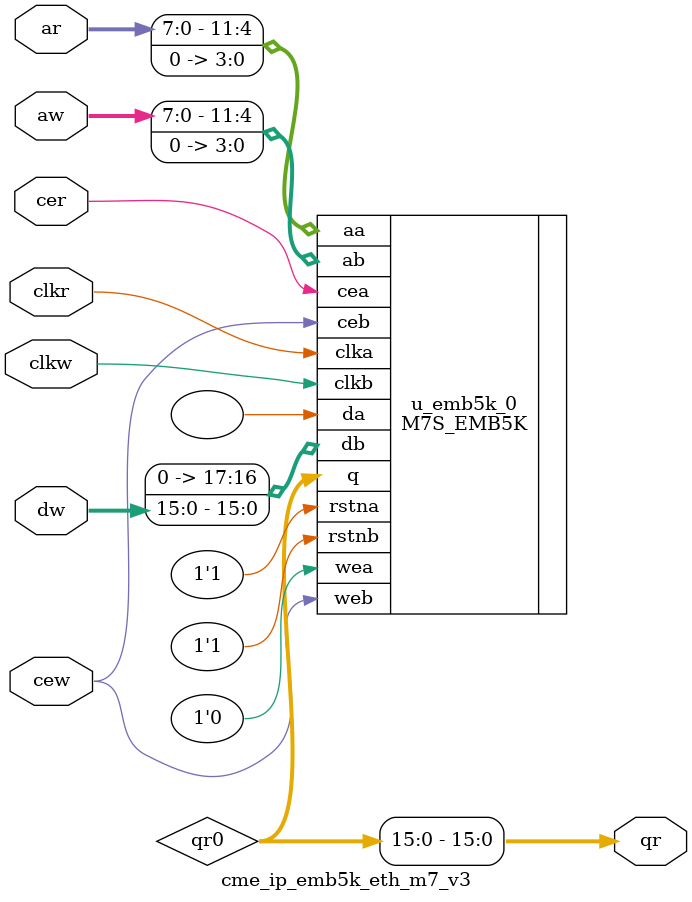
<source format=v>

module cme_ip_emb5k_eth_m7_v3(
    clkw,
    cew,
    aw,
    dw,
    clkr,
    cer,
    ar,
    qr
);

input clkw;
input cew;
input [7:0] aw;
input [15:0] dw;
input clkr;
input cer;
input [7:0] ar;
output [15:0] qr;

wire [17:0] qr0;
assign qr = {qr0[15:0]};

M7S_EMB5K #(
        .modea_sel (4'b0000),
        .modeb_sel (4'b0000),
        .porta_wr_mode (2'b01),
        .portb_wr_mode (2'b01),
        .porta_reg_out (1'b0),
        .portb_reg_out (1'b0),
        .reset_value_a (9'b000000000),
        .reset_value_b (9'b000000000),
        .porta_data_width (16),
        .portb_data_width (16),
        .operation_mode ("simple_dual_port"),
        .init_file (""),
        .porta_prog (8'b11110000),
        .portb_prog (8'b00001111)
)
u_emb5k_0 (
        .clka (clkr),
        .clkb (clkw),
        .rstna (1'b1),
        .rstnb (1'b1),
        .cea (cer),
        .ceb (cew),
        .wea (1'b0),
        .web (cew),
        .aa ({ar[7:0], 4'b0}),
        .ab ({aw[7:0], 4'b0}),
        .da (),
        .db ({2'b0, dw[15:0]}),
        .q (qr0)
);

endmodule

// ============================================================
//                  emb Setting
//
// Warning: This part is read by Primace, please don't modify it.
// ============================================================
// Device          : M7A12N0F484C7
// Module          : emb_v1
// IP core         : emb
// IP Version      : 1

// EmbType         : sdp
// EmbResource     : emb5k
// AHBMode         : ahb_unused
// BaseAddr        : a0000000
// DataUsedA       : 16
// DataUsedB       : 16
// AddrUsedA       : 8
// InitFile        : 
// WriteModeA      : write_first
// WriteModeB      : write_first
// OutResetA       : false
// OutResetB       : false
// OutResetValA    : 
// OutResetValB    : 
// RegoutA         : false
// RegoutB         : false
// Emb18kWidth     : false
// Emb18kDepth     : false
// AddrWidthB      : 8
// ModeA           : 256x18
// ModeB           : 256x18
// DataExtA        : 1
// AddrExtA        : 1
// DataExtB        : 1
// AddrExtB        : 1
// BaseModeA       : 256x16
// BaseModeB       : 256x16
// Synthesis Files : 
// Simulation Files: 

</source>
